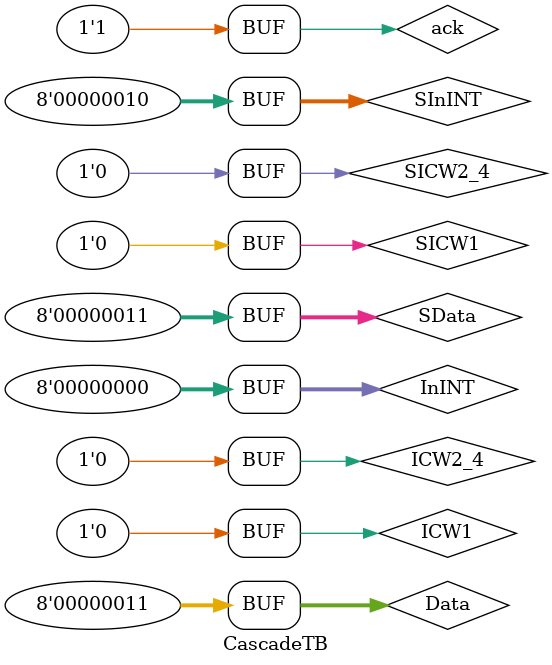
<source format=v>
module CascadeTB();

/* Master ANAS */
reg ICW1 , ICW2_4 ;

reg [7:0] Data ;


wire [7:0] eoi ;
wire [7:0] clr_ir;

wire ocld;
wire [7:0] CTRL_DATA;

reg ack;

reg [7:0] InINT;


/* Slave */
reg SICW1 , SICW2_4 ;

reg [7:0] SData ;

wire SLATCH ;
wire SFreeze;
wire [7:0] Seoi ;
wire [7:0] Sclr_ir;

wire Socld;
wire [7:0] SCTRL_DATA;

reg [7:0] SInINT;

wire  [2:0] SLAVE_ID      ;

initial
begin
  /* ICW */
     ICW1 = 0 ; ICW2_4 = 0 ; InINT=0; ack=1;
     SICW1 = 0 ; SICW2_4 = 0 ; SInINT=0;

 #10 ICW1 = 1 ;  Data = 8'b00000001 ;
     SICW1 = 1 ;SData = 8'b00000001 ;
                  /* ICW1 */
 #10 ICW1 = 0 ; ICW2_4 = 1 ;Data = 8'b10101000 ;
     SICW1 = 0 ; SICW2_4 = 1 ;SData = 8'b10101000 ; /* ICW2 */
 
 #10 ICW2_4 = 0 ; 
     SICW2_4 = 0 ; 
 
 #10 ICW2_4 = 1 ;Data = 8'b00000100 ;
     SICW2_4 = 1 ;SData = 8'b00000010 ;            /* ICW3 */
 
 #10 ICW2_4 = 0; 
     SICW2_4 = 0;
 
 #10 ICW2_4 = 1 ;Data = 8'b00000011 ; 
     SICW2_4 = 1 ;SData = 8'b00000011 ;            /* ICW4 */
 
 #10 ICW2_4 = 0; 
     SICW2_4 = 0;
 /* Int */  
 #10 SInINT = 8'b00000010;
 /* Int */  
 #10 ack = 0;
 #10 ack=1;
 #10 ack = 0;
 #10 ack=1;
 
   
end


PIC_controlLogic picM(
    .internal_data_bus(Data),
    
    .write_ICW_1(ICW1)   ,
    .write_ICW_2_4(ICW2_4) ,

    .INTERRUPT(8'b0000000|SINT<<2),
    
    .EOI(eoi),
    
    .CLR_IR(clr_ir),
    .OUT_CTRL_LOGIC_DATA(ocld),
    .CTRL_LOGIC_DATA(CTRL_DATA),
    .INT(INT),
    .ACK(ack)    ,
    .SLAVE_ID(SLAVE_ID)            
);

PIC_controlLogic picS(
    .internal_data_bus(SData),
    
    .write_ICW_1(SICW1)   ,
    .write_ICW_2_4(SICW2_4) ,

    .INTERRUPT(SInINT),
    
    .LATCH(SLATCH),
    .FREEZE(SFreeze),
    .EOI(Seoi),
    
    .CLR_IR(Sclr_ir),
    .OUT_CTRL_LOGIC_DATA(Socld),
    .CTRL_LOGIC_DATA(SCTRL_DATA),
    .INT(SINT),
    .cascade_in(SLAVE_ID)
);


endmodule


</source>
